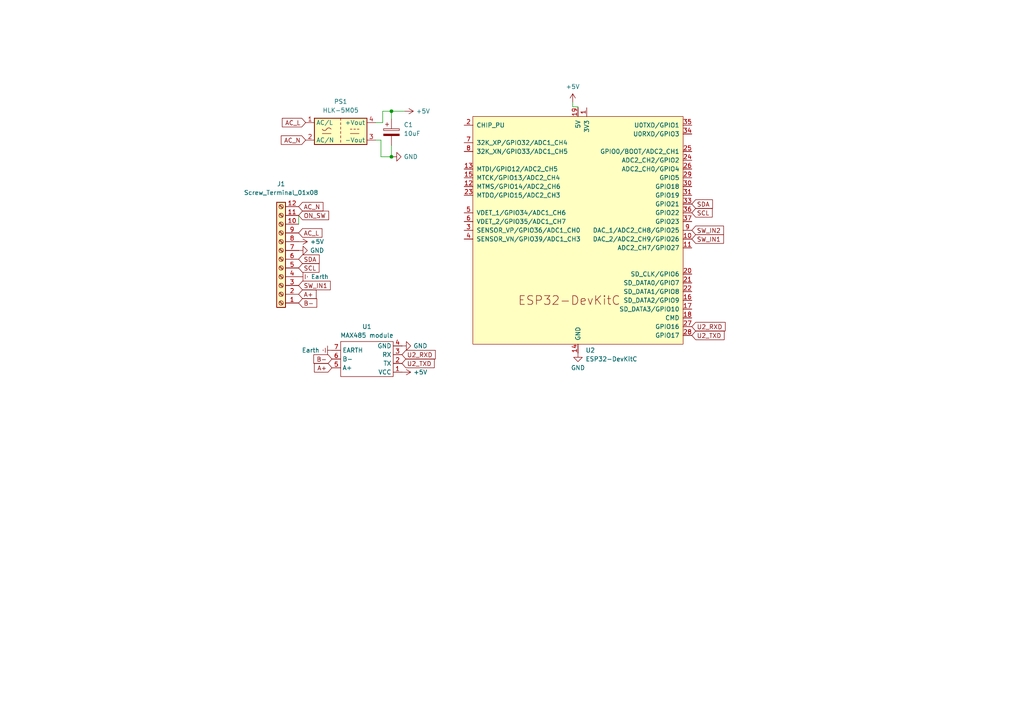
<source format=kicad_sch>
(kicad_sch (version 20250114) (generator "eeschema") (generator_version "9.0")
  (paper "A4")
  (lib_symbols
    (symbol "Connector:Screw_Terminal_01x12" (pin_names (offset 1.016) (hide yes))
      (property "Reference" "J" (at 0 15.24 0))
      (property "Value" "Screw_Terminal_01x12" (at 0 -17.78 0))
      (symbol "Screw_Terminal_01x12_1_1"
        (rectangle (start -1.27 13.97) (end 1.27 -16.51) (stroke (width 0.254)) (fill (type background)))
        (polyline (pts (xy -0.5334 13.0302) (xy 0.3302 12.192)) (stroke (width 0.1524)))
        (polyline (pts (xy -0.5334 10.4902) (xy 0.3302 9.652)) (stroke (width 0.1524)))
        (polyline (pts (xy -0.5334 7.9502) (xy 0.3302 7.112)) (stroke (width 0.1524)))
        (polyline (pts (xy -0.5334 5.4102) (xy 0.3302 4.572)) (stroke (width 0.1524)))
        (polyline (pts (xy -0.5334 2.8702) (xy 0.3302 2.032)) (stroke (width 0.1524)))
        (polyline (pts (xy -0.5334 0.3302) (xy 0.3302 -0.508)) (stroke (width 0.1524)))
        (polyline (pts (xy -0.5334 -2.2098) (xy 0.3302 -3.048)) (stroke (width 0.1524)))
        (polyline (pts (xy -0.5334 -4.7498) (xy 0.3302 -5.588)) (stroke (width 0.1524)))
        (polyline (pts (xy -0.5334 -7.2898) (xy 0.3302 -8.128)) (stroke (width 0.1524)))
        (polyline (pts (xy -0.5334 -9.8298) (xy 0.3302 -10.668)) (stroke (width 0.1524)))
        (polyline (pts (xy -0.5334 -12.3698) (xy 0.3302 -13.208)) (stroke (width 0.1524)))
        (polyline (pts (xy -0.5334 -14.9098) (xy 0.3302 -15.748)) (stroke (width 0.1524)))
        (polyline (pts (xy -0.3556 13.208) (xy 0.508 12.3698)) (stroke (width 0.1524)))
        (polyline (pts (xy -0.3556 10.668) (xy 0.508 9.8298)) (stroke (width 0.1524)))
        (polyline (pts (xy -0.3556 8.128) (xy 0.508 7.2898)) (stroke (width 0.1524)))
        (polyline (pts (xy -0.3556 5.588) (xy 0.508 4.7498)) (stroke (width 0.1524)))
        (polyline (pts (xy -0.3556 3.048) (xy 0.508 2.2098)) (stroke (width 0.1524)))
        (polyline (pts (xy -0.3556 0.508) (xy 0.508 -0.3302)) (stroke (width 0.1524)))
        (polyline (pts (xy -0.3556 -2.032) (xy 0.508 -2.8702)) (stroke (width 0.1524)))
        (polyline (pts (xy -0.3556 -4.572) (xy 0.508 -5.4102)) (stroke (width 0.1524)))
        (polyline (pts (xy -0.3556 -7.112) (xy 0.508 -7.9502)) (stroke (width 0.1524)))
        (polyline (pts (xy -0.3556 -9.652) (xy 0.508 -10.4902)) (stroke (width 0.1524)))
        (polyline (pts (xy -0.3556 -12.192) (xy 0.508 -13.0302)) (stroke (width 0.1524)))
        (polyline (pts (xy -0.3556 -14.732) (xy 0.508 -15.5702)) (stroke (width 0.1524)))
        (circle (center 0 12.7) (radius 0.635) (stroke (width 0.1524)))
        (circle (center 0 10.16) (radius 0.635) (stroke (width 0.1524)))
        (circle (center 0 7.62) (radius 0.635) (stroke (width 0.1524)))
        (circle (center 0 5.08) (radius 0.635) (stroke (width 0.1524)))
        (circle (center 0 2.54) (radius 0.635) (stroke (width 0.1524)))
        (circle (center 0 0) (radius 0.635) (stroke (width 0.1524)))
        (circle (center 0 -2.54) (radius 0.635) (stroke (width 0.1524)))
        (circle (center 0 -5.08) (radius 0.635) (stroke (width 0.1524)))
        (circle (center 0 -7.62) (radius 0.635) (stroke (width 0.1524)))
        (circle (center 0 -10.16) (radius 0.635) (stroke (width 0.1524)))
        (circle (center 0 -12.7) (radius 0.635) (stroke (width 0.1524)))
        (circle (center 0 -15.24) (radius 0.635) (stroke (width 0.1524)))
        (pin passive line (at -5.08 12.7 0) (length 3.81) (name "Pin_1") (number "1"))
        (pin passive line (at -5.08 10.16 0) (length 3.81) (name "Pin_2") (number "2"))
        (pin passive line (at -5.08 7.62 0) (length 3.81) (name "Pin_3") (number "3"))
        (pin passive line (at -5.08 5.08 0) (length 3.81) (name "Pin_4") (number "4"))
        (pin passive line (at -5.08 2.54 0) (length 3.81) (name "Pin_5") (number "5"))
        (pin passive line (at -5.08 0 0) (length 3.81) (name "Pin_6") (number "6"))
        (pin passive line (at -5.08 -2.54 0) (length 3.81) (name "Pin_7") (number "7"))
        (pin passive line (at -5.08 -5.08 0) (length 3.81) (name "Pin_8") (number "8"))
        (pin passive line (at -5.08 -7.62 0) (length 3.81) (name "Pin_9") (number "9"))
        (pin passive line (at -5.08 -10.16 0) (length 3.81) (name "Pin_10") (number "10"))
        (pin passive line (at -5.08 -12.7 0) (length 3.81) (name "Pin_11") (number "11"))
        (pin passive line (at -5.08 -15.24 0) (length 3.81) (name "Pin_12") (number "12"))
      )
    )
    (symbol "Converter_ACDC:HLK-5M05"
      (property "Reference" "PS" (at 0 5.08 0))
      (property "Value" "HLK-5M05" (at 0 -5.08 0))
      (symbol "HLK-5M05_0_1"
        (rectangle (start -7.62 3.81) (end 7.62 -3.81) (stroke (width 0.254)) (fill (type background)))
        (polyline (pts (xy -5.334 -0.635) (xy -2.794 -0.635)))
        (arc (start -4.064 0.635) (mid -4.699 0.2495) (end -5.334 0.635))
        (arc (start -4.064 0.635) (mid -3.429 1.0072) (end -2.794 0.635))
        (polyline (pts (xy 0 3.81) (xy 0 3.175)))
        (polyline (pts (xy 0 2.54) (xy 0 1.905)))
        (polyline (pts (xy 0 1.27) (xy 0 0.635)))
        (polyline (pts (xy 0 0) (xy 0 -0.635)))
        (polyline (pts (xy 0 -1.27) (xy 0 -1.905)))
        (polyline (pts (xy 0 -2.54) (xy 0 -3.175)))
        (polyline (pts (xy 2.794 0.635) (xy 3.302 0.635)))
        (polyline (pts (xy 2.794 -0.635) (xy 5.334 -0.635)))
        (polyline (pts (xy 3.81 0.635) (xy 4.318 0.635)))
        (polyline (pts (xy 4.826 0.635) (xy 5.334 0.635)))
      )
      (symbol "HLK-5M05_1_1"
        (pin power_in line (at -10.16 2.54 0) (length 2.54) (name "AC/L") (number "1"))
        (pin power_in line (at -10.16 -2.54 0) (length 2.54) (name "AC/N") (number "2"))
        (pin power_out line (at 10.16 2.54 180) (length 2.54) (name "+Vout") (number "4"))
        (pin power_out line (at 10.16 -2.54 180) (length 2.54) (name "-Vout") (number "3"))
      )
    )
    (symbol "Device:C_Polarized" (pin_numbers (hide yes)) (pin_names (offset 0.254))
      (property "Reference" "C" (at 0.635 2.54 0))
      (property "Value" "C_Polarized" (at 0.635 -2.54 0))
      (symbol "C_Polarized_0_1"
        (rectangle (start -2.286 0.508) (end 2.286 1.016))
        (polyline (pts (xy -1.778 2.286) (xy -0.762 2.286)))
        (polyline (pts (xy -1.27 2.794) (xy -1.27 1.778)))
        (rectangle (start 2.286 -0.508) (end -2.286 -1.016) (fill (type outline)))
      )
      (symbol "C_Polarized_1_1"
        (pin passive line (at 0 3.81 270) (length 2.794) (name "~") (number "1"))
        (pin passive line (at 0 -3.81 90) (length 2.794) (name "~") (number "2"))
      )
    )
    (symbol "PCM_Espressif:ESP32-DevKitC" (pin_names (offset 1.016))
      (property "Reference" "U" (at -30.48 38.1 0))
      (property "Value" "ESP32-DevKitC" (at -30.48 35.56 0))
      (symbol "ESP32-DevKitC_0_0"
        (text "ESP32-DevKitC" (at -2.54 -20.32 0) (effects (font (size 2.54 2.54))))
        (pin power_in line (at 0 35.56 270) (length 2.54) (name "5V") (number "19"))
        (pin power_in line (at 0 -35.56 90) (length 2.54) (name "GND") (number "14"))
      )
      (symbol "ESP32-DevKitC_0_1"
        (rectangle (start -30.48 33.02) (end 30.48 -33.02) (fill (type background)))
      )
      (symbol "ESP32-DevKitC_1_1"
        (pin input line (at -33.02 30.48 0) (length 2.54) (name "CHIP_PU") (number "2"))
        (pin bidirectional line (at -33.02 25.4 0) (length 2.54) (name "32K_XP/GPIO32/ADC1_CH4") (number "7"))
        (pin bidirectional line (at -33.02 22.86 0) (length 2.54) (name "32K_XN/GPIO33/ADC1_CH5") (number "8"))
        (pin bidirectional line (at -33.02 17.78 0) (length 2.54) (name "MTDI/GPIO12/ADC2_CH5") (number "13"))
        (pin bidirectional line (at -33.02 15.24 0) (length 2.54) (name "MTCK/GPIO13/ADC2_CH4") (number "15"))
        (pin bidirectional line (at -33.02 12.7 0) (length 2.54) (name "MTMS/GPIO14/ADC2_CH6") (number "12"))
        (pin bidirectional line (at -33.02 10.16 0) (length 2.54) (name "MTDO/GPIO15/ADC2_CH3") (number "23"))
        (pin input line (at -33.02 5.08 0) (length 2.54) (name "VDET_1/GPIO34/ADC1_CH6") (number "5"))
        (pin input line (at -33.02 2.54 0) (length 2.54) (name "VDET_2/GPIO35/ADC1_CH7") (number "6"))
        (pin input line (at -33.02 0 0) (length 2.54) (name "SENSOR_VP/GPIO36/ADC1_CH0") (number "3"))
        (pin input line (at -33.02 -2.54 0) (length 2.54) (name "SENSOR_VN/GPIO39/ADC1_CH3") (number "4"))
        (pin passive line (at 0 -35.56 90) (length 2.54) (hide yes) (name "GND") (number "32"))
        (pin passive line (at 0 -35.56 90) (length 2.54) (hide yes) (name "GND") (number "38"))
        (pin power_in line (at 2.54 35.56 270) (length 2.54) (name "3V3") (number "1"))
        (pin bidirectional line (at 33.02 30.48 180) (length 2.54) (name "U0TXD/GPIO1") (number "35"))
        (pin bidirectional line (at 33.02 27.94 180) (length 2.54) (name "U0RXD/GPIO3") (number "34"))
        (pin bidirectional line (at 33.02 22.86 180) (length 2.54) (name "GPIO0/BOOT/ADC2_CH1") (number "25"))
        (pin bidirectional line (at 33.02 20.32 180) (length 2.54) (name "ADC2_CH2/GPIO2") (number "24"))
        (pin bidirectional line (at 33.02 17.78 180) (length 2.54) (name "ADC2_CH0/GPIO4") (number "26"))
        (pin bidirectional line (at 33.02 15.24 180) (length 2.54) (name "GPIO5") (number "29"))
        (pin bidirectional line (at 33.02 12.7 180) (length 2.54) (name "GPIO18") (number "30"))
        (pin bidirectional line (at 33.02 10.16 180) (length 2.54) (name "GPIO19") (number "31"))
        (pin bidirectional line (at 33.02 7.62 180) (length 2.54) (name "GPIO21") (number "33"))
        (pin bidirectional line (at 33.02 5.08 180) (length 2.54) (name "GPIO22") (number "36"))
        (pin bidirectional line (at 33.02 2.54 180) (length 2.54) (name "GPIO23") (number "37"))
        (pin bidirectional line (at 33.02 0 180) (length 2.54) (name "DAC_1/ADC2_CH8/GPIO25") (number "9"))
        (pin bidirectional line (at 33.02 -2.54 180) (length 2.54) (name "DAC_2/ADC2_CH9/GPIO26") (number "10"))
        (pin bidirectional line (at 33.02 -5.08 180) (length 2.54) (name "ADC2_CH7/GPIO27") (number "11"))
        (pin bidirectional line (at 33.02 -12.7 180) (length 2.54) (name "SD_CLK/GPIO6") (number "20"))
        (pin bidirectional line (at 33.02 -15.24 180) (length 2.54) (name "SD_DATA0/GPIO7") (number "21"))
        (pin bidirectional line (at 33.02 -17.78 180) (length 2.54) (name "SD_DATA1/GPIO8") (number "22"))
        (pin bidirectional line (at 33.02 -20.32 180) (length 2.54) (name "SD_DATA2/GPIO9") (number "16"))
        (pin bidirectional line (at 33.02 -22.86 180) (length 2.54) (name "SD_DATA3/GPIO10") (number "17"))
        (pin bidirectional line (at 33.02 -25.4 180) (length 2.54) (name "CMD") (number "18"))
        (pin bidirectional line (at 33.02 -27.94 180) (length 2.54) (name "GPIO16") (number "27"))
        (pin bidirectional line (at 33.02 -30.48 180) (length 2.54) (name "GPIO17") (number "28"))
      )
    )
    (symbol "azzam:max485"
      (property "Reference" "U" (at 0 0 0))
      (property "Value" "MAX485 module" (at 0 6.096 0))
      (symbol "max485_0_1"
        (rectangle (start -7.62 5.08) (end 7.62 -5.08))
      )
      (symbol "max485_1_1"
        (pin bidirectional line (at -10.16 2.54 0) (length 2.54) (name "EARTH") (number "7"))
        (pin bidirectional line (at -10.16 0 0) (length 2.54) (name "B-") (number "6"))
        (pin bidirectional line (at -10.16 -2.54 0) (length 2.54) (name "A+") (number "5"))
        (pin power_in line (at 10.16 3.81 180) (length 2.54) (name "GND") (number "4"))
        (pin input line (at 10.16 1.27 180) (length 2.54) (name "RX") (number "3"))
        (pin output line (at 10.16 -1.27 180) (length 2.54) (name "TX") (number "2"))
        (pin power_in line (at 10.16 -3.81 180) (length 2.54) (name "VCC") (number "1"))
      )
    )
    (symbol "power:+5V" (power) (pin_numbers (hide yes)) (pin_names (offset 0) (hide yes))
      (property "Value" "+5V" (at 0 3.556 0))
      (symbol "+5V_0_1"
        (polyline (pts (xy -0.762 1.27) (xy 0 2.54)))
        (polyline (pts (xy 0 2.54) (xy 0.762 1.27)))
        (polyline (pts (xy 0 0) (xy 0 2.54)))
      )
      (symbol "+5V_1_1"
        (pin power_in line (at 0 0 90) (length 0) (name "~") (number "1"))
      )
    )
    (symbol "power:Earth" (power) (pin_numbers (hide yes)) (pin_names (offset 0) (hide yes))
      (property "Value" "Earth" (at 0 -3.81 0))
      (symbol "Earth_0_1"
        (polyline (pts (xy -0.635 -1.905) (xy 0.635 -1.905)))
        (polyline (pts (xy -0.127 -2.54) (xy 0.127 -2.54)))
        (polyline (pts (xy 0 -1.27) (xy 0 0)))
        (polyline (pts (xy 1.27 -1.27) (xy -1.27 -1.27)))
      )
      (symbol "Earth_1_1"
        (pin power_in line (at 0 0 270) (length 0) (name "~") (number "1"))
      )
    )
    (symbol "power:GND" (power) (pin_numbers (hide yes)) (pin_names (offset 0) (hide yes))
      (property "Value" "GND" (at 0 -3.81 0))
      (symbol "GND_0_1"
        (polyline (pts (xy 0 0) (xy 0 -1.27) (xy 1.27 -1.27) (xy 0 -2.54) (xy -1.27 -1.27) (xy 0 -1.27)))
      )
      (symbol "GND_1_1"
        (pin power_in line (at 0 0 270) (length 0) (name "~") (number "1"))
      )
    )
  )
  (junction (at 113.538 45.466))
  (junction (at 113.538 32.258))
  (wire (pts (xy 113.538 32.258) (xy 113.538 34.544)))
  (wire (pts (xy 86.614 62.484) (xy 86.614 65.024)))
  (wire (pts (xy 110.49 40.64) (xy 108.966 40.64)))
  (wire (pts (xy 166.116 30.988) (xy 167.64 30.988)))
  (wire (pts (xy 110.998 32.258) (xy 113.538 32.258)))
  (wire (pts (xy 167.64 30.988) (xy 167.64 31.242)))
  (wire (pts (xy 113.538 45.466) (xy 110.49 45.466)))
  (wire (pts (xy 110.998 32.258) (xy 110.998 35.56)))
  (wire (pts (xy 113.538 32.258) (xy 117.348 32.258)))
  (wire (pts (xy 110.49 45.466) (xy 110.49 40.64)))
  (wire (pts (xy 110.998 35.56) (xy 108.966 35.56)))
  (wire (pts (xy 166.116 29.718) (xy 166.116 30.988)))
  (wire (pts (xy 113.538 42.164) (xy 113.538 45.466)))
  (wire (pts (xy 113.792 45.466) (xy 113.538 45.466)))
  (global_label "SW_IN1" (shape input) (at 200.66 69.342 0) (property "Intersheetrefs" "${INTERSHEET_REFS}" (effects (hide yes))))
  (global_label "B-" (shape input) (at 96.266 104.14 180) (property "Intersheetrefs" "${INTERSHEET_REFS}" (effects (hide yes))))
  (global_label "SDA" (shape input) (at 200.66 59.182 0) (property "Intersheetrefs" "${INTERSHEET_REFS}" (effects (hide yes))))
  (global_label "U2_TXD" (shape input) (at 200.66 97.282 0) (property "Intersheetrefs" "${INTERSHEET_REFS}" (effects (hide yes))))
  (global_label "SDA" (shape input) (at 86.614 75.184 0) (property "Intersheetrefs" "${INTERSHEET_REFS}" (effects (hide yes))))
  (global_label "ON_SW" (shape input) (at 86.614 62.484 0) (property "Intersheetrefs" "${INTERSHEET_REFS}" (effects (hide yes))))
  (global_label "SW_IN1" (shape input) (at 86.614 82.804 0) (property "Intersheetrefs" "${INTERSHEET_REFS}" (effects (hide yes))))
  (global_label "U2_RXD" (shape input) (at 200.66 94.742 0) (property "Intersheetrefs" "${INTERSHEET_REFS}" (effects (hide yes))))
  (global_label "AC_L" (shape input) (at 86.614 67.564 0) (property "Intersheetrefs" "${INTERSHEET_REFS}" (effects (hide yes))))
  (global_label "U2_RXD" (shape input) (at 116.586 102.87 0) (property "Intersheetrefs" "${INTERSHEET_REFS}" (effects (hide yes))))
  (global_label "SW_IN2" (shape input) (at 200.66 66.802 0) (property "Intersheetrefs" "${INTERSHEET_REFS}" (effects (hide yes))))
  (global_label "U2_TXD" (shape input) (at 116.586 105.41 0) (property "Intersheetrefs" "${INTERSHEET_REFS}" (effects (hide yes))))
  (global_label "AC_L" (shape input) (at 88.646 35.56 180) (property "Intersheetrefs" "${INTERSHEET_REFS}" (effects (hide yes))))
  (global_label "SCL" (shape input) (at 200.66 61.722 0) (property "Intersheetrefs" "${INTERSHEET_REFS}" (effects (hide yes))))
  (global_label "A+" (shape input) (at 86.614 85.344 0) (property "Intersheetrefs" "${INTERSHEET_REFS}" (effects (hide yes))))
  (global_label "AC_N" (shape input) (at 88.646 40.64 180) (property "Intersheetrefs" "${INTERSHEET_REFS}" (effects (hide yes))))
  (global_label "SCL" (shape input) (at 86.614 77.724 0) (property "Intersheetrefs" "${INTERSHEET_REFS}" (effects (hide yes))))
  (global_label "A+" (shape input) (at 96.266 106.68 180) (property "Intersheetrefs" "${INTERSHEET_REFS}" (effects (hide yes))))
  (global_label "AC_N" (shape input) (at 86.614 59.944 0) (property "Intersheetrefs" "${INTERSHEET_REFS}" (effects (hide yes))))
  (global_label "B-" (shape input) (at 86.614 87.884 0) (property "Intersheetrefs" "${INTERSHEET_REFS}" (effects (hide yes))))
  (symbol (lib_id "Connector:Screw_Terminal_01x12") (at 81.534 75.184 180) (unit 1)
    (property "Reference" "J1" (at 81.534 53.34 0))
    (property "Value" "Screw_Terminal_01x08" (at 81.534 55.88 0))
    (property "Footprint" "Connector_Phoenix_MSTB:PhoenixContact_MSTBA_2,5_12-G-5,08_1x12_P5.08mm_Horizontal" (effects (hide yes)))
    (property "Description" "Generic screw terminal, single row, 01x12, script generated (kicad-library-utils/schlib/autogen/connector/)" (effects (hide yes)))
  )
  (symbol (lib_id "power:GND") (at 116.586 100.33 90) (unit 1)
    (property "Reference" "#PWR04" (effects (hide yes)))
    (property "Value" "GND" (at 119.888 100.3299 90) (effects (justify right)))
    (property "Description" "Power symbol creates a global label with name \"GND\" , ground" (effects (hide yes)))
  )
  (symbol (lib_id "power:GND") (at 113.792 45.466 90) (unit 1)
    (property "Reference" "#PWR03" (effects (hide yes)))
    (property "Value" "GND" (at 117.094 45.4659 90) (effects (justify right)))
    (property "Description" "Power symbol creates a global label with name \"GND\" , ground" (effects (hide yes)))
  )
  (symbol (lib_id "power:+5V") (at 116.586 107.95 270) (unit 1)
    (property "Reference" "#PWR08" (effects (hide yes)))
    (property "Value" "+5V" (at 119.888 107.9499 90) (effects (justify left)))
    (property "Description" "Power symbol creates a global label with name \"+5V\"" (effects (hide yes)))
  )
  (symbol (lib_id "power:Earth") (at 96.266 101.6 270) (unit 1)
    (property "Reference" "#PWR09" (effects (hide yes)))
    (property "Value" "Earth" (at 92.71 101.5999 90) (effects (justify right)))
    (property "Description" "Power symbol creates a global label with name \"Earth\"" (effects (hide yes)))
  )
  (symbol (lib_id "power:GND") (at 86.614 72.644 90) (unit 1)
    (property "Reference" "#PWR07" (effects (hide yes)))
    (property "Value" "GND" (at 89.916 72.6439 90) (effects (justify right)))
    (property "Description" "Power symbol creates a global label with name \"GND\" , ground" (effects (hide yes)))
  )
  (symbol (lib_id "power:GND") (at 167.64 102.362 0) (unit 1)
    (property "Reference" "#PWR05" (effects (hide yes)))
    (property "Value" "GND" (at 167.64 106.68 0))
    (property "Description" "Power symbol creates a global label with name \"GND\" , ground" (effects (hide yes)))
  )
  (symbol (lib_id "PCM_Espressif:ESP32-DevKitC") (at 167.64 66.802 0) (unit 1)
    (property "Reference" "U2" (at 169.8341 101.6 0) (effects (justify left)))
    (property "Value" "ESP32-DevKitC" (at 169.8341 104.14 0) (effects (justify left)))
    (property "Footprint" "PCM_Espressif:ESP32-DevKitC" (effects (hide yes)))
    (property "Datasheet" "https://docs.espressif.com/projects/esp-idf/zh_CN/latest/esp32/hw-reference/esp32/get-started-devkitc.html" (effects (hide yes)))
    (property "Description" "Development Kit" (effects (hide yes)))
  )
  (symbol (lib_id "azzam:max485") (at 106.426 104.14 0) (unit 1)
    (property "Reference" "U1" (at 106.426 94.742 0))
    (property "Value" "MAX485 module" (at 106.426 97.282 0))
    (property "Footprint" "azzam:MAX485_MOD" (effects (hide yes)))
  )
  (symbol (lib_id "Converter_ACDC:HLK-5M05") (at 98.806 38.1 0) (unit 1)
    (property "Reference" "PS1" (at 98.806 29.464 0))
    (property "Value" "HLK-5M05" (at 98.806 32.004 0))
    (property "Footprint" "Converter_ACDC:Converter_ACDC_Hi-Link_HLK-5Mxx" (effects (hide yes)))
    (property "Datasheet" "http://h.hlktech.com/download/ACDC%E7%94%B5%E6%BA%90%E6%A8%A1%E5%9D%975W%E7%B3%BB%E5%88%97/1/%E6%B5%B7%E5%87%8C%E7%A7%915W%E7%B3%BB%E5%88%97%E7%94%B5%E6%BA%90%E6%A8%A1%E5%9D%97%E8%A7%84%E6%A0%BC%E4%B9%A6V2.8.pdf" (effects (hide yes)))
    (property "Description" "Compact AC/DC board mount power module 5W, 5V 1A" (effects (hide yes)))
  )
  (symbol (lib_id "power:+5V") (at 86.614 70.104 270) (unit 1)
    (property "Reference" "#PWR06" (effects (hide yes)))
    (property "Value" "+5V" (at 89.916 70.1039 90) (effects (justify left)))
    (property "Description" "Power symbol creates a global label with name \"+5V\"" (effects (hide yes)))
  )
  (symbol (lib_id "power:+5V") (at 166.116 29.718 0) (unit 1)
    (property "Reference" "#PWR02" (effects (hide yes)))
    (property "Value" "+5V" (at 166.116 25.146 0))
    (property "Description" "Power symbol creates a global label with name \"+5V\"" (effects (hide yes)))
  )
  (symbol (lib_id "Device:C_Polarized") (at 113.538 38.354 0) (unit 1)
    (property "Reference" "C1" (at 117.094 36.1949 0) (effects (justify left)))
    (property "Value" "10uF" (at 117.094 38.7349 0) (effects (justify left)))
    (property "Footprint" "Capacitor_THT:CP_Radial_D5.0mm_P2.50mm" (effects (hide yes)))
    (property "Description" "Polarized capacitor" (effects (hide yes)))
  )
  (symbol (lib_id "power:Earth") (at 86.614 80.264 90) (unit 1)
    (property "Reference" "#PWR010" (effects (hide yes)))
    (property "Value" "Earth" (at 90.17 80.2639 90) (effects (justify right)))
    (property "Description" "Power symbol creates a global label with name \"Earth\"" (effects (hide yes)))
  )
  (symbol (lib_id "power:+5V") (at 117.348 32.258 270) (unit 1)
    (property "Reference" "#PWR01" (effects (hide yes)))
    (property "Value" "+5V" (at 120.65 32.2579 90) (effects (justify left)))
    (property "Description" "Power symbol creates a global label with name \"+5V\"" (effects (hide yes)))
  )
)
</source>
